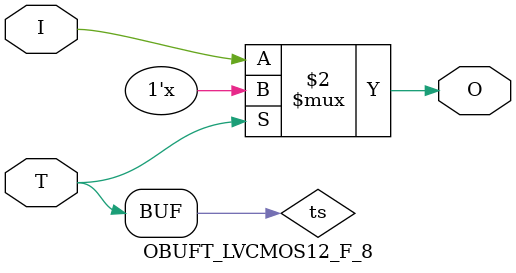
<source format=v>

/*

FUNCTION	: TRI-STATE OUTPUT BUFFER

*/

`celldefine
`timescale  100 ps / 10 ps

module OBUFT_LVCMOS12_F_8 (O, I, T);

    output O;

    input  I, T;

    or O1 (ts, 1'b0, T);
    bufif0 T1 (O, I, ts);

endmodule

</source>
